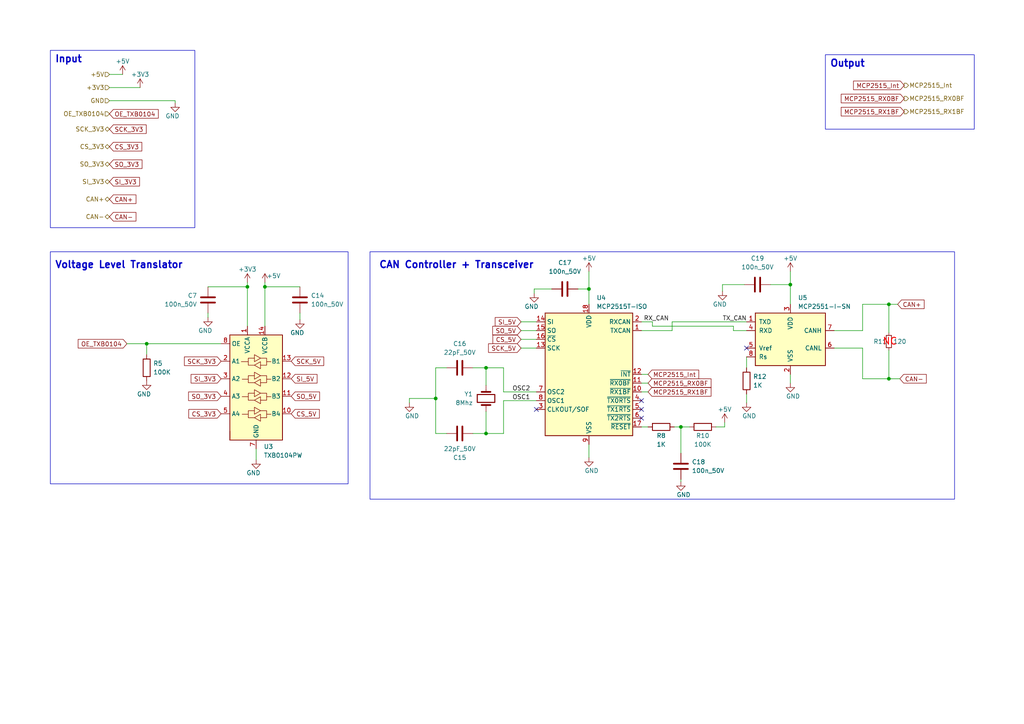
<source format=kicad_sch>
(kicad_sch (version 20230121) (generator eeschema)
  (paper "A4")
  (lib_symbols
    (symbol "Device:R_Small" (pin_numbers hide) (pin_names (offset 0.254) hide)
      (property "Reference" "R" (at 0.762 0.508 0))
      (property "Value" "R_Small" (at 0.762 -1.016 0))
      (symbol "R_Small_0_1"
        (rectangle (start -0.762 1.778) (end 0.762 -1.778) (stroke (width 0.2032)))
      )
      (symbol "R_Small_1_1"
        (pin passive line (at 0 2.54 270) (length 0.762) (name "~") (number "1"))
        (pin passive line (at 0 -2.54 90) (length 0.762) (name "~") (number "2"))
      )
    )
    (symbol "_C_0402:100n_50V" (pin_numbers hide) (pin_names (offset 0.254))
      (property "Reference" "C" (at 0.635 2.54 0))
      (property "Value" "100n_50V" (at 0.635 -2.54 0))
      (symbol "100n_50V_0_1"
        (polyline (pts (xy -2.032 -0.762) (xy 2.032 -0.762)) (stroke (width 0.508)))
        (polyline (pts (xy -2.032 0.762) (xy 2.032 0.762)) (stroke (width 0.508)))
      )
      (symbol "100n_50V_1_1"
        (pin passive line (at 0 3.81 270) (length 2.794) (name "~") (number "1"))
        (pin passive line (at 0 -3.81 90) (length 2.794) (name "~") (number "2"))
      )
    )
    (symbol "_C_0805:22pF_50V" (pin_numbers hide) (pin_names (offset 0.254))
      (property "Reference" "C" (at 0.635 2.54 0))
      (property "Value" "22pF_50V" (at 0.635 -2.54 0))
      (symbol "22pF_50V_0_1"
        (polyline (pts (xy -2.032 -0.762) (xy 2.032 -0.762)) (stroke (width 0.508)))
        (polyline (pts (xy -2.032 0.762) (xy 2.032 0.762)) (stroke (width 0.508)))
      )
      (symbol "22pF_50V_1_1"
        (pin passive line (at 0 3.81 270) (length 2.794) (name "~") (number "1"))
        (pin passive line (at 0 -3.81 90) (length 2.794) (name "~") (number "2"))
      )
    )
    (symbol "_Interface_CAN_LIN:MCP2515T-ISO"
      (property "Reference" "U" (at -10.16 19.685 0))
      (property "Value" "MCP2515T-ISO" (at 19.05 20.32 0))
      (symbol "MCP2515T-ISO_0_1"
        (rectangle (start -12.7 17.78) (end 12.7 -17.78) (stroke (width 0.254)) (fill (type background)))
      )
      (symbol "MCP2515T-ISO_1_1"
        (pin output line (at 15.24 12.7 180) (length 2.54) (name "TXCAN") (number "1"))
        (pin output line (at 15.24 -5.08 180) (length 2.54) (name "~{RX1BF}") (number "10"))
        (pin output line (at 15.24 -2.54 180) (length 2.54) (name "~{RX0BF}") (number "11"))
        (pin output line (at 15.24 0 180) (length 2.54) (name "~{INT}") (number "12"))
        (pin input line (at -15.24 7.62 0) (length 2.54) (name "SCK") (number "13"))
        (pin input line (at -15.24 15.24 0) (length 2.54) (name "SI") (number "14"))
        (pin output line (at -15.24 12.7 0) (length 2.54) (name "SO") (number "15"))
        (pin input line (at -15.24 10.16 0) (length 2.54) (name "~{CS}") (number "16"))
        (pin input line (at 15.24 -15.24 180) (length 2.54) (name "~{RESET}") (number "17"))
        (pin power_in line (at 0 20.32 270) (length 2.54) (name "VDD") (number "18"))
        (pin input line (at 15.24 15.24 180) (length 2.54) (name "RXCAN") (number "2"))
        (pin output line (at -15.24 -10.16 0) (length 2.54) (name "CLKOUT/SOF") (number "3"))
        (pin input line (at 15.24 -7.62 180) (length 2.54) (name "~{TX0RTS}") (number "4"))
        (pin input line (at 15.24 -10.16 180) (length 2.54) (name "~{TX1RTS}") (number "5"))
        (pin input line (at 15.24 -12.7 180) (length 2.54) (name "~{TX2RTS}") (number "6"))
        (pin output line (at -15.24 -5.08 0) (length 2.54) (name "OSC2") (number "7"))
        (pin input line (at -15.24 -7.62 0) (length 2.54) (name "OSC1") (number "8"))
        (pin power_in line (at 0 -20.32 90) (length 2.54) (name "VSS") (number "9"))
      )
    )
    (symbol "_Interface_CAN_LIN:MCP2551-I-SN" (pin_names (offset 1.016))
      (property "Reference" "U" (at -10.16 8.89 0))
      (property "Value" "MCP2551-I-SN" (at 2.54 8.89 0))
      (symbol "MCP2551-I-SN_0_1"
        (rectangle (start -10.16 7.62) (end 10.16 -7.62) (stroke (width 0.254)) (fill (type background)))
      )
      (symbol "MCP2551-I-SN_1_1"
        (pin input line (at -12.7 5.08 0) (length 2.54) (name "TXD") (number "1"))
        (pin power_in line (at 0 -10.16 90) (length 2.54) (name "VSS") (number "2"))
        (pin power_in line (at 0 10.16 270) (length 2.54) (name "VDD") (number "3"))
        (pin output line (at -12.7 2.54 0) (length 2.54) (name "RXD") (number "4"))
        (pin power_out line (at -12.7 -2.54 0) (length 2.54) (name "Vref") (number "5"))
        (pin bidirectional line (at 12.7 -2.54 180) (length 2.54) (name "CANL") (number "6"))
        (pin bidirectional line (at 12.7 2.54 180) (length 2.54) (name "CANH") (number "7"))
        (pin input line (at -12.7 -5.08 0) (length 2.54) (name "Rs") (number "8"))
      )
    )
    (symbol "_Logic_Level_Translator:TXB0104PW"
      (property "Reference" "U" (at -6.35 16.51 0))
      (property "Value" "TXB0104PW" (at 3.81 16.51 0))
      (symbol "TXB0104PW_0_1"
        (rectangle (start -7.62 -15.24) (end -7.62 -12.7) (stroke (width 0.254)))
        (rectangle (start -7.62 15.24) (end 7.62 -15.24) (stroke (width 0.254)) (fill (type background)))
        (polyline (pts (xy -2.286 -7.747) (xy -2.286 -6.731) (xy -0.508 -6.731)))
        (polyline (pts (xy -2.286 -2.667) (xy -2.286 -1.651) (xy -0.508 -1.651)))
        (polyline (pts (xy -2.286 2.413) (xy -2.286 3.429) (xy -0.508 3.429)))
        (polyline (pts (xy -2.286 7.493) (xy -2.286 8.509) (xy -0.508 8.509)))
        (polyline (pts (xy 3.048 -7.747) (xy 3.048 -8.763) (xy 1.27 -8.763)))
        (polyline (pts (xy 3.048 -2.667) (xy 3.048 -3.683) (xy 1.27 -3.683)))
        (polyline (pts (xy 3.048 2.413) (xy 3.048 1.397) (xy 1.27 1.397)))
        (polyline (pts (xy 3.048 7.493) (xy 3.048 6.477) (xy 1.27 6.477)))
        (polyline (pts (xy -0.508 -8.763) (xy -2.286 -8.763) (xy -2.286 -7.747) (xy -4.064 -7.747)))
        (polyline (pts (xy -0.508 -8.763) (xy 1.27 -7.747) (xy 1.27 -9.779) (xy -0.508 -8.763)))
        (polyline (pts (xy -0.508 -3.683) (xy -2.286 -3.683) (xy -2.286 -2.667) (xy -4.064 -2.667)))
        (polyline (pts (xy -0.508 -3.683) (xy 1.27 -2.667) (xy 1.27 -4.699) (xy -0.508 -3.683)))
        (polyline (pts (xy -0.508 1.397) (xy -2.286 1.397) (xy -2.286 2.413) (xy -4.064 2.413)))
        (polyline (pts (xy -0.508 1.397) (xy 1.27 2.413) (xy 1.27 0.381) (xy -0.508 1.397)))
        (polyline (pts (xy -0.508 6.477) (xy -2.286 6.477) (xy -2.286 7.493) (xy -4.318 7.493)))
        (polyline (pts (xy -0.508 6.477) (xy 1.27 7.493) (xy 1.27 5.461) (xy -0.508 6.477)))
        (polyline (pts (xy 1.27 -6.731) (xy -0.508 -7.747) (xy -0.508 -5.715) (xy 1.27 -6.731)))
        (polyline (pts (xy 1.27 -6.731) (xy 3.048 -6.731) (xy 3.048 -7.747) (xy 4.318 -7.747)))
        (polyline (pts (xy 1.27 -1.651) (xy -0.508 -2.667) (xy -0.508 -0.635) (xy 1.27 -1.651)))
        (polyline (pts (xy 1.27 -1.651) (xy 3.048 -1.651) (xy 3.048 -2.667) (xy 4.318 -2.667)))
        (polyline (pts (xy 1.27 3.429) (xy -0.508 2.413) (xy -0.508 4.445) (xy 1.27 3.429)))
        (polyline (pts (xy 1.27 3.429) (xy 3.048 3.429) (xy 3.048 2.413) (xy 4.318 2.413)))
        (polyline (pts (xy 1.27 8.509) (xy -0.508 7.493) (xy -0.508 9.525) (xy 1.27 8.509)))
        (polyline (pts (xy 1.27 8.509) (xy 3.048 8.509) (xy 3.048 7.493) (xy 4.318 7.493)))
      )
      (symbol "TXB0104PW_1_1"
        (pin power_in line (at -2.54 17.78 270) (length 2.54) (name "VCCA") (number "1"))
        (pin bidirectional line (at 10.16 -7.62 180) (length 2.54) (name "B4") (number "10"))
        (pin bidirectional line (at 10.16 -2.54 180) (length 2.54) (name "B3") (number "11"))
        (pin bidirectional line (at 10.16 2.54 180) (length 2.54) (name "B2") (number "12"))
        (pin bidirectional line (at 10.16 7.62 180) (length 2.54) (name "B1") (number "13"))
        (pin power_in line (at 2.54 17.78 270) (length 2.54) (name "VCCB") (number "14"))
        (pin bidirectional line (at -10.16 7.62 0) (length 2.54) (name "A1") (number "2"))
        (pin bidirectional line (at -10.16 2.54 0) (length 2.54) (name "A2") (number "3"))
        (pin bidirectional line (at -10.16 -2.54 0) (length 2.54) (name "A3") (number "4"))
        (pin bidirectional line (at -10.16 -7.62 0) (length 2.54) (name "A4") (number "5"))
        (pin no_connect line (at -7.62 -12.7 0) (length 2.54) hide (name "NC") (number "6"))
        (pin power_in line (at 0 -17.78 90) (length 2.54) (name "GND") (number "7"))
        (pin input line (at -10.16 12.7 0) (length 2.54) (name "OE") (number "8"))
        (pin no_connect line (at 7.62 -12.7 180) (length 2.54) hide (name "NC") (number "9"))
      )
    )
    (symbol "_Oscillator:8Mhz" (pin_numbers hide) (pin_names (offset 1.016) hide)
      (property "Reference" "Y" (at 0 3.81 0))
      (property "Value" "8Mhz" (at 0 -3.81 0))
      (symbol "8Mhz_0_1"
        (rectangle (start -1.143 2.54) (end 1.143 -2.54) (stroke (width 0.3048)))
        (polyline (pts (xy -2.54 0) (xy -1.905 0)))
        (polyline (pts (xy -1.905 -1.27) (xy -1.905 1.27)) (stroke (width 0.508)))
        (polyline (pts (xy 1.905 -1.27) (xy 1.905 1.27)) (stroke (width 0.508)))
        (polyline (pts (xy 2.54 0) (xy 1.905 0)))
      )
      (symbol "8Mhz_1_1"
        (pin passive line (at -3.81 0 0) (length 1.27) (name "1") (number "1"))
        (pin passive line (at 3.81 0 180) (length 1.27) (name "2") (number "2"))
      )
    )
    (symbol "_R_0402:100K" (pin_numbers hide) (pin_names (offset 0))
      (property "Reference" "R" (at 2.032 0 90))
      (property "Value" "100K" (at 0 0 90))
      (symbol "100K_0_1"
        (rectangle (start -1.016 -2.54) (end 1.016 2.54) (stroke (width 0.254)))
      )
      (symbol "100K_1_1"
        (pin passive line (at 0 3.81 270) (length 1.27) (name "~") (number "1"))
        (pin passive line (at 0 -3.81 90) (length 1.27) (name "~") (number "2"))
      )
    )
    (symbol "_R_0402:1K" (pin_numbers hide) (pin_names (offset 0))
      (property "Reference" "R" (at 2.032 0 90))
      (property "Value" "1K" (at 0 0 90))
      (symbol "1K_0_1"
        (rectangle (start -1.016 -2.54) (end 1.016 2.54) (stroke (width 0.254)))
      )
      (symbol "1K_1_1"
        (pin passive line (at 0 3.81 270) (length 1.27) (name "~") (number "1"))
        (pin passive line (at 0 -3.81 90) (length 1.27) (name "~") (number "2"))
      )
    )
    (symbol "power:+3V3" (power) (pin_names (offset 0))
      (property "Value" "+3V3" (at 0 3.556 0))
      (symbol "+3V3_0_1"
        (polyline (pts (xy -0.762 1.27) (xy 0 2.54)))
        (polyline (pts (xy 0 0) (xy 0 2.54)))
        (polyline (pts (xy 0 2.54) (xy 0.762 1.27)))
      )
      (symbol "+3V3_1_1"
        (pin power_in line (at 0 0 90) (length 0) hide (name "+3V3") (number "1"))
      )
    )
    (symbol "power:+5V" (power) (pin_names (offset 0))
      (property "Value" "+5V" (at 0 3.556 0))
      (symbol "+5V_0_1"
        (polyline (pts (xy -0.762 1.27) (xy 0 2.54)))
        (polyline (pts (xy 0 0) (xy 0 2.54)))
        (polyline (pts (xy 0 2.54) (xy 0.762 1.27)))
      )
      (symbol "+5V_1_1"
        (pin power_in line (at 0 0 90) (length 0) hide (name "+5V") (number "1"))
      )
    )
    (symbol "power:GND" (power) (pin_names (offset 0))
      (property "Value" "GND" (at 0 -3.81 0))
      (symbol "GND_0_1"
        (polyline (pts (xy 0 0) (xy 0 -1.27) (xy 1.27 -1.27) (xy 0 -2.54) (xy -1.27 -1.27) (xy 0 -1.27)))
      )
      (symbol "GND_1_1"
        (pin power_in line (at 0 0 270) (length 0) hide (name "GND") (number "1"))
      )
    )
  )
  (junction (at 229.235 82.55))
  (junction (at 126.365 115.57))
  (junction (at 42.545 99.695))
  (junction (at 197.485 123.825))
  (junction (at 257.81 88.265))
  (junction (at 71.755 83.185))
  (junction (at 140.97 125.73))
  (junction (at 76.835 83.185))
  (junction (at 140.97 106.68))
  (junction (at 170.815 83.82))
  (junction (at 257.81 109.855))
  (no_connect (at 155.575 118.745))
  (no_connect (at 186.055 121.285))
  (no_connect (at 186.055 116.205))
  (no_connect (at 186.055 118.745))
  (no_connect (at 216.535 100.965))
  (wire (pts (xy 229.235 108.585) (xy 229.235 111.125)))
  (wire (pts (xy 216.535 114.3) (xy 216.535 116.84)))
  (wire (pts (xy 186.055 123.825) (xy 187.96 123.825)))
  (wire (pts (xy 42.545 99.695) (xy 64.135 99.695)))
  (wire (pts (xy 146.05 113.665) (xy 146.05 106.68)))
  (wire (pts (xy 151.13 100.965) (xy 155.575 100.965)))
  (wire (pts (xy 154.94 85.09) (xy 154.94 83.82)))
  (wire (pts (xy 151.13 98.425) (xy 155.575 98.425)))
  (wire (pts (xy 76.835 83.185) (xy 76.835 94.615)))
  (wire (pts (xy 76.835 83.185) (xy 86.995 83.185)))
  (wire (pts (xy 42.545 99.695) (xy 42.545 102.87)))
  (wire (pts (xy 118.745 116.84) (xy 118.745 115.57)))
  (wire (pts (xy 241.935 100.965) (xy 250.19 100.965)))
  (wire (pts (xy 86.995 90.805) (xy 86.995 92.71)))
  (wire (pts (xy 186.055 95.885) (xy 194.945 95.885)))
  (wire (pts (xy 250.19 100.965) (xy 250.19 109.855)))
  (wire (pts (xy 60.325 83.185) (xy 71.755 83.185)))
  (wire (pts (xy 209.55 82.55) (xy 209.55 84.455)))
  (wire (pts (xy 74.295 130.175) (xy 74.295 133.35)))
  (wire (pts (xy 50.8 29.21) (xy 50.8 29.845)))
  (wire (pts (xy 126.365 115.57) (xy 126.365 106.68)))
  (wire (pts (xy 170.815 128.905) (xy 170.815 132.715)))
  (wire (pts (xy 31.75 21.59) (xy 35.56 21.59)))
  (wire (pts (xy 140.97 106.68) (xy 146.05 106.68)))
  (wire (pts (xy 167.64 83.82) (xy 170.815 83.82)))
  (wire (pts (xy 118.745 115.57) (xy 126.365 115.57)))
  (wire (pts (xy 229.235 82.55) (xy 229.235 88.265)))
  (wire (pts (xy 257.81 88.265) (xy 257.81 96.52)))
  (wire (pts (xy 215.9 82.55) (xy 209.55 82.55)))
  (wire (pts (xy 137.16 106.68) (xy 140.97 106.68)))
  (wire (pts (xy 210.185 123.825) (xy 210.185 122.555)))
  (wire (pts (xy 194.945 95.885) (xy 194.945 93.345)))
  (wire (pts (xy 137.16 125.73) (xy 140.97 125.73)))
  (wire (pts (xy 71.755 83.185) (xy 71.755 94.615)))
  (wire (pts (xy 241.935 95.885) (xy 250.19 95.885)))
  (wire (pts (xy 223.52 82.55) (xy 229.235 82.55)))
  (wire (pts (xy 257.81 101.6) (xy 257.81 109.855)))
  (wire (pts (xy 71.755 81.915) (xy 71.755 83.185)))
  (wire (pts (xy 216.535 106.68) (xy 216.535 103.505)))
  (wire (pts (xy 250.19 109.855) (xy 257.81 109.855)))
  (wire (pts (xy 186.055 93.345) (xy 189.23 93.345)))
  (wire (pts (xy 155.575 116.205) (xy 146.05 116.205)))
  (wire (pts (xy 189.23 93.345) (xy 189.23 94.615)))
  (wire (pts (xy 126.365 115.57) (xy 126.365 125.73)))
  (wire (pts (xy 186.055 108.585) (xy 187.96 108.585)))
  (wire (pts (xy 140.97 106.68) (xy 140.97 111.76)))
  (wire (pts (xy 129.54 125.73) (xy 126.365 125.73)))
  (wire (pts (xy 170.815 83.82) (xy 170.815 88.265)))
  (wire (pts (xy 257.81 88.265) (xy 260.35 88.265)))
  (wire (pts (xy 207.645 123.825) (xy 210.185 123.825)))
  (wire (pts (xy 31.75 29.21) (xy 50.8 29.21)))
  (wire (pts (xy 257.81 109.855) (xy 260.985 109.855)))
  (wire (pts (xy 31.75 25.4) (xy 40.64 25.4)))
  (wire (pts (xy 212.725 94.615) (xy 212.725 95.885)))
  (wire (pts (xy 126.365 106.68) (xy 129.54 106.68)))
  (wire (pts (xy 189.23 94.615) (xy 212.725 94.615)))
  (wire (pts (xy 250.19 95.885) (xy 250.19 88.265)))
  (wire (pts (xy 229.235 78.74) (xy 229.235 82.55)))
  (wire (pts (xy 76.835 81.915) (xy 76.835 83.185)))
  (wire (pts (xy 186.055 111.125) (xy 187.96 111.125)))
  (wire (pts (xy 36.83 99.695) (xy 42.545 99.695)))
  (wire (pts (xy 212.725 95.885) (xy 216.535 95.885)))
  (wire (pts (xy 155.575 113.665) (xy 146.05 113.665)))
  (wire (pts (xy 250.19 88.265) (xy 257.81 88.265)))
  (wire (pts (xy 195.58 123.825) (xy 197.485 123.825)))
  (wire (pts (xy 170.815 78.74) (xy 170.815 83.82)))
  (wire (pts (xy 194.945 93.345) (xy 216.535 93.345)))
  (wire (pts (xy 151.13 93.345) (xy 155.575 93.345)))
  (wire (pts (xy 186.055 113.665) (xy 187.96 113.665)))
  (wire (pts (xy 197.485 123.825) (xy 200.025 123.825)))
  (wire (pts (xy 154.94 83.82) (xy 160.02 83.82)))
  (wire (pts (xy 146.05 116.205) (xy 146.05 125.73)))
  (wire (pts (xy 197.485 139.065) (xy 197.485 139.7)))
  (wire (pts (xy 60.325 90.805) (xy 60.325 92.075)))
  (wire (pts (xy 140.97 125.73) (xy 146.05 125.73)))
  (wire (pts (xy 197.485 131.445) (xy 197.485 123.825)))
  (wire (pts (xy 140.97 119.38) (xy 140.97 125.73)))
  (wire (pts (xy 151.13 95.885) (xy 155.575 95.885)))
  (rectangle (start 14.605 14.605) (end 56.515 66.04))
  (rectangle (start 239.395 15.875) (end 282.575 37.465))
  (rectangle (start 14.605 73.025) (end 100.965 140.335))
  (rectangle (start 107.315 73.025) (end 276.86 144.78))
  (text "CAN Controller + Transceiver" (at 109.855 78.105 0) (effects (font (size 2 2) (thickness 0.4) bold) (justify left bottom)))
  (text "NC" (at 255.905 100.33 0) (effects (font (size 2 2) (thickness 0.254) bold) (justify left bottom)))
  (text "Output" (at 240.665 19.685 0) (effects (font (size 2 2) (thickness 0.4) bold) (justify left bottom)))
  (text "Input" (at 15.875 18.415 0) (effects (font (size 2 2) (thickness 0.4) bold) (justify left bottom)))
  (text "Voltage Level Translator\n" (at 15.875 78.105 0) (effects (font (size 2 2) (thickness 0.4) bold) (justify left bottom)))
  (label "RX_CAN" (at 186.69 93.345 0))
  (label "OSC2" (at 148.59 113.665 0))
  (label "OSC1" (at 148.59 116.205 0))
  (label "TX_CAN" (at 209.55 93.345 0))
  (global_label "SCK_3V3" (shape input) (at 31.75 37.465 0) (property "Intersheetrefs" "${INTERSHEET_REFS}" (effects hide)))
  (global_label "MCP2515_RX0BF" (shape input) (at 187.96 111.125 0) (property "Intersheetrefs" "${INTERSHEET_REFS}" (effects hide)))
  (global_label "CAN+" (shape input) (at 31.75 57.785 0) (property "Intersheetrefs" "${INTERSHEET_REFS}" (effects hide)))
  (global_label "CAN-" (shape input) (at 260.985 109.855 0) (property "Intersheetrefs" "${INTERSHEET_REFS}" (effects hide)))
  (global_label "SO_3V3" (shape input) (at 31.75 47.625 0) (property "Intersheetrefs" "${INTERSHEET_REFS}" (effects hide)))
  (global_label "MCP2515_RX0BF" (shape input) (at 262.255 28.575 180) (property "Intersheetrefs" "${INTERSHEET_REFS}" (effects hide)))
  (global_label "CAN+" (shape input) (at 260.35 88.265 0) (property "Intersheetrefs" "${INTERSHEET_REFS}" (effects hide)))
  (global_label "SO_5V" (shape input) (at 151.13 95.885 180) (property "Intersheetrefs" "${INTERSHEET_REFS}" (effects hide)))
  (global_label "SCK_5V" (shape input) (at 84.455 104.775 0) (property "Intersheetrefs" "${INTERSHEET_REFS}" (effects hide)))
  (global_label "MCP2515_RX1BF" (shape input) (at 187.96 113.665 0) (property "Intersheetrefs" "${INTERSHEET_REFS}" (effects hide)))
  (global_label "SCK_3V3" (shape input) (at 64.135 104.775 180) (property "Intersheetrefs" "${INTERSHEET_REFS}" (effects hide)))
  (global_label "MCP2515_Int" (shape input) (at 262.255 24.765 180) (property "Intersheetrefs" "${INTERSHEET_REFS}" (effects hide)))
  (global_label "CS_5V" (shape input) (at 151.13 98.425 180) (property "Intersheetrefs" "${INTERSHEET_REFS}" (effects hide)))
  (global_label "MCP2515_RX1BF" (shape input) (at 262.255 32.385 180) (property "Intersheetrefs" "${INTERSHEET_REFS}" (effects hide)))
  (global_label "SI_3V3" (shape input) (at 64.135 109.855 180) (property "Intersheetrefs" "${INTERSHEET_REFS}" (effects hide)))
  (global_label "MCP2515_Int" (shape input) (at 187.96 108.585 0) (property "Intersheetrefs" "${INTERSHEET_REFS}" (effects hide)))
  (global_label "SI_5V" (shape input) (at 84.455 109.855 0) (property "Intersheetrefs" "${INTERSHEET_REFS}" (effects hide)))
  (global_label "OE_TXB0104" (shape input) (at 36.83 99.695 180) (property "Intersheetrefs" "${INTERSHEET_REFS}" (effects hide)))
  (global_label "SCK_5V" (shape input) (at 151.13 100.965 180) (property "Intersheetrefs" "${INTERSHEET_REFS}" (effects hide)))
  (global_label "SO_5V" (shape input) (at 84.455 114.935 0) (property "Intersheetrefs" "${INTERSHEET_REFS}" (effects hide)))
  (global_label "OE_TXB0104" (shape input) (at 31.75 33.02 0) (property "Intersheetrefs" "${INTERSHEET_REFS}" (effects hide)))
  (global_label "CS_3V3" (shape input) (at 31.75 42.545 0) (property "Intersheetrefs" "${INTERSHEET_REFS}" (effects hide)))
  (global_label "CAN-" (shape input) (at 31.75 62.865 0) (property "Intersheetrefs" "${INTERSHEET_REFS}" (effects hide)))
  (global_label "CS_3V3" (shape input) (at 64.135 120.015 180) (property "Intersheetrefs" "${INTERSHEET_REFS}" (effects hide)))
  (global_label "SI_5V" (shape input) (at 151.13 93.345 180) (property "Intersheetrefs" "${INTERSHEET_REFS}" (effects hide)))
  (global_label "CS_5V" (shape input) (at 84.455 120.015 0) (property "Intersheetrefs" "${INTERSHEET_REFS}" (effects hide)))
  (global_label "SO_3V3" (shape input) (at 64.135 114.935 180) (property "Intersheetrefs" "${INTERSHEET_REFS}" (effects hide)))
  (global_label "SI_3V3" (shape input) (at 31.75 52.705 0) (property "Intersheetrefs" "${INTERSHEET_REFS}" (effects hide)))
  (hierarchical_label "+5V" (shape input) (at 31.75 21.59 180))
  (hierarchical_label "MCP2515_Int" (shape output) (at 262.255 24.765 0))
  (hierarchical_label "SCK_3V3" (shape bidirectional) (at 31.75 37.465 180))
  (hierarchical_label "MCP2515_RX0BF" (shape output) (at 262.255 28.575 0))
  (hierarchical_label "GND" (shape input) (at 31.75 29.21 180))
  (hierarchical_label "CAN+" (shape bidirectional) (at 31.75 57.785 180))
  (hierarchical_label "CAN-" (shape bidirectional) (at 31.75 62.865 180))
  (hierarchical_label "OE_TXB0104" (shape input) (at 31.75 33.02 180))
  (hierarchical_label "SO_3V3" (shape bidirectional) (at 31.75 47.625 180))
  (hierarchical_label "MCP2515_RX1BF" (shape output) (at 262.255 32.385 0))
  (hierarchical_label "+3V3" (shape input) (at 31.75 25.4 180))
  (hierarchical_label "CS_3V3" (shape bidirectional) (at 31.75 42.545 180))
  (hierarchical_label "SI_3V3" (shape bidirectional) (at 31.75 52.705 180))
  (symbol (lib_id "_C_0402:100n_50V") (at 60.325 86.995 0) (mirror y) (unit 1)
    (property "Reference" "C7" (at 57.15 85.725 0) (effects (justify left)))
    (property "Value" "100n_50V" (at 57.15 88.265 0) (effects (justify left)))
    (property "Footprint" "Capacitor_SMD:C_0402_1005Metric" (effects hide))
    (property "Datasheet" "https://product.samsungsem.com/mlcc/CL05B104KB54PN.do" (effects hide))
    (property "MF" "Samsung Electro-Mechanics" (effects hide))
    (property "MPN" "CL05B104KB54PNC" (effects hide))
    (property "OC_LCSC" "C307331" (effects hide))
  )
  (symbol (lib_id "_C_0402:100n_50V") (at 219.71 82.55 90) (unit 1)
    (property "Reference" "C19" (at 219.71 74.93 90))
    (property "Value" "100n_50V" (at 219.71 77.47 90))
    (property "Footprint" "Capacitor_SMD:C_0402_1005Metric" (effects hide))
    (property "Datasheet" "https://product.samsungsem.com/mlcc/CL05B104KB54PN.do" (effects hide))
    (property "MF" "Samsung Electro-Mechanics" (effects hide))
    (property "MPN" "CL05B104KB54PNC" (effects hide))
    (property "OC_LCSC" "C307331" (effects hide))
  )
  (symbol (lib_id "_C_0402:100n_50V") (at 86.995 86.995 0) (unit 1)
    (property "Reference" "C14" (at 90.17 85.725 0) (effects (justify left)))
    (property "Value" "100n_50V" (at 90.17 88.265 0) (effects (justify left)))
    (property "Footprint" "Capacitor_SMD:C_0402_1005Metric" (effects hide))
    (property "Datasheet" "https://product.samsungsem.com/mlcc/CL05B104KB54PN.do" (effects hide))
    (property "MF" "Samsung Electro-Mechanics" (effects hide))
    (property "MPN" "CL05B104KB54PNC" (effects hide))
    (property "OC_LCSC" "C307331" (effects hide))
  )
  (symbol (lib_id "_C_0805:22pF_50V") (at 133.35 125.73 270) (unit 1)
    (property "Reference" "C15" (at 133.35 132.715 90))
    (property "Value" "22pF_50V" (at 133.35 130.175 90))
    (property "Footprint" "Capacitor_SMD:C_0805_2012Metric" (effects hide))
    (property "Datasheet" "https://product.samsungsem.com/mlcc/CL21C220JBANNN.do" (effects hide))
    (property "MF" "Samsung Electro-Mechanics" (effects hide))
    (property "MPN" "CL21C220JBANNNC" (effects hide))
    (property "OC_LCSC" "C1804" (effects hide))
  )
  (symbol (lib_id "_Interface_CAN_LIN:MCP2515T-ISO") (at 170.815 108.585 0) (unit 1)
    (property "Reference" "U4" (at 173.0091 86.36 0) (effects (justify left)))
    (property "Value" "MCP2515T-ISO" (at 173.0091 88.9 0) (effects (justify left)))
    (property "Footprint" "Package_SO:SOIC-18W_7.5x11.6mm_P1.27mm" (effects hide))
    (property "Datasheet" "https://datasheet.lcsc.com/lcsc/2304140030_Microchip-Tech-MCP2515T-I-SO_C153782.pdf" (effects hide))
    (property "MF" "Microchip Tech" (effects hide))
    (property "MPN" "MCP2515T-I/SO" (effects hide))
    (property "OC_LCSC" "C153782" (effects hide))
  )
  (symbol (lib_id "power:+5V") (at 170.815 78.74 0) (unit 1)
    (property "Reference" "#PWR045" (effects hide))
    (property "Value" "+5V" (at 170.815 74.93 0))
  )
  (symbol (lib_id "_C_0402:100n_50V") (at 197.485 135.255 180) (unit 1)
    (property "Reference" "C18" (at 200.66 133.985 0) (effects (justify right)))
    (property "Value" "100n_50V" (at 200.66 136.525 0) (effects (justify right)))
    (property "Footprint" "Capacitor_SMD:C_0402_1005Metric" (effects hide))
    (property "Datasheet" "https://product.samsungsem.com/mlcc/CL05B104KB54PN.do" (effects hide))
    (property "MF" "Samsung Electro-Mechanics" (effects hide))
    (property "MPN" "CL05B104KB54PNC" (effects hide))
    (property "OC_LCSC" "C307331" (effects hide))
  )
  (symbol (lib_id "power:+5V") (at 76.835 81.915 0) (unit 1)
    (property "Reference" "#PWR041" (effects hide))
    (property "Value" "+5V" (at 79.375 80.01 0))
  )
  (symbol (lib_id "power:+3V3") (at 71.755 81.915 0) (unit 1)
    (property "Reference" "#PWR039" (effects hide))
    (property "Value" "+3V3" (at 71.755 78.105 0))
  )
  (symbol (lib_id "_R_0402:100K") (at 42.545 106.68 0) (unit 1)
    (property "Reference" "R5" (at 44.45 105.41 0) (effects (justify left)))
    (property "Value" "100K" (at 44.45 107.95 0) (effects (justify left)))
    (property "Footprint" "Resistor_SMD:R_0402_1005Metric" (effects hide))
    (property "MF" "UNI-ROYAL" (effects hide))
    (property "MPN" "0402WGF1003TCE" (effects hide))
    (property "OC_LCSC" "C25741" (effects hide))
  )
  (symbol (lib_id "_C_0805:22pF_50V") (at 133.35 106.68 90) (unit 1)
    (property "Reference" "C16" (at 133.35 99.695 90))
    (property "Value" "22pF_50V" (at 133.35 102.235 90))
    (property "Footprint" "Capacitor_SMD:C_0805_2012Metric" (effects hide))
    (property "Datasheet" "https://product.samsungsem.com/mlcc/CL21C220JBANNN.do" (effects hide))
    (property "MF" "Samsung Electro-Mechanics" (effects hide))
    (property "MPN" "CL21C220JBANNNC" (effects hide))
    (property "OC_LCSC" "C1804" (effects hide))
  )
  (symbol (lib_id "power:GND") (at 209.55 84.455 0) (mirror y) (unit 1)
    (property "Reference" "#PWR050" (effects hide))
    (property "Value" "GND" (at 210.82 88.265 0) (effects (justify left)))
  )
  (symbol (lib_id "power:GND") (at 216.535 116.84 0) (unit 1)
    (property "Reference" "#PWR049" (effects hide))
    (property "Value" "GND" (at 215.265 120.65 0) (effects (justify left)))
  )
  (symbol (lib_id "_R_0402:100K") (at 203.835 123.825 90) (unit 1)
    (property "Reference" "R10" (at 203.835 126.365 90))
    (property "Value" "100K" (at 203.835 128.905 90))
    (property "Footprint" "Resistor_SMD:R_0402_1005Metric" (effects hide))
    (property "MF" "UNI-ROYAL" (effects hide))
    (property "MPN" "0402WGF1003TCE" (effects hide))
    (property "OC_LCSC" "C25741" (effects hide))
  )
  (symbol (lib_id "_Oscillator:8Mhz") (at 140.97 115.57 90) (mirror x) (unit 1)
    (property "Reference" "Y1" (at 137.16 114.3 90) (effects (justify left)))
    (property "Value" "8Mhz" (at 137.16 116.84 90) (effects (justify left)))
    (property "Footprint" "Crystal:Crystal_SMD_HC49-SD" (effects hide))
    (property "Datasheet" "https://datasheet.lcsc.com/lcsc/2304140030_YXC-X49SM8MSD2SC_C12674.pdf" (effects hide))
    (property "MF" "YXC" (effects hide))
    (property "MPN" "X49SM8MSD2SC" (effects hide))
    (property "OC_LCSC" "C12674" (effects hide))
  )
  (symbol (lib_id "_R_0402:1K") (at 191.77 123.825 90) (unit 1)
    (property "Reference" "R8" (at 191.77 126.365 90))
    (property "Value" "1K" (at 191.77 128.905 90))
    (property "Footprint" "Resistor_SMD:R_0402_1005Metric" (effects hide))
    (property "MF" "UNI-ROYAL" (effects hide))
    (property "MPN" "0402WGF1001TCE" (effects hide))
    (property "OC_LCSC" "C11702" (effects hide))
  )
  (symbol (lib_id "power:GND") (at 170.815 132.715 0) (unit 1)
    (property "Reference" "#PWR046" (effects hide))
    (property "Value" "GND" (at 169.545 136.525 0) (effects (justify left)))
  )
  (symbol (lib_id "power:GND") (at 60.325 92.075 0) (mirror y) (unit 1)
    (property "Reference" "#PWR038" (effects hide))
    (property "Value" "GND" (at 61.595 95.885 0) (effects (justify left)))
  )
  (symbol (lib_id "power:GND") (at 154.94 85.09 0) (mirror y) (unit 1)
    (property "Reference" "#PWR044" (effects hide))
    (property "Value" "GND" (at 156.21 88.9 0) (effects (justify left)))
  )
  (symbol (lib_id "power:+5V") (at 210.185 122.555 0) (unit 1)
    (property "Reference" "#PWR048" (effects hide))
    (property "Value" "+5V" (at 210.185 118.745 0))
  )
  (symbol (lib_id "_Logic_Level_Translator:TXB0104PW") (at 74.295 112.395 0) (unit 1)
    (property "Reference" "U3" (at 76.4891 129.54 0) (effects (justify left)))
    (property "Value" "TXB0104PW" (at 76.4891 132.08 0) (effects (justify left)))
    (property "Footprint" "Package_SO:TSSOP-14_4.4x5mm_P0.65mm" (effects hide))
    (property "Datasheet" "http://www.ti.com/lit/ds/symlink/txb0104.pdf" (effects hide))
    (property "MF" "TI" (effects hide))
    (property "MPN" "TXB0104PWR" (effects hide))
    (property "OC_LCSC" "C60708" (effects hide))
  )
  (symbol (lib_id "_Interface_CAN_LIN:MCP2551-I-SN") (at 229.235 98.425 0) (unit 1)
    (property "Reference" "U5" (at 231.4291 86.36 0) (effects (justify left)))
    (property "Value" "MCP2551-I-SN" (at 231.4291 88.9 0) (effects (justify left)))
    (property "Footprint" "Package_SO:SOIC-8_3.9x4.9mm_P1.27mm" (effects hide))
    (property "Datasheet" "https://datasheet.lcsc.com/lcsc/2304140030_Microchip-Tech-MCP2551-I-SN_C7376.pdf" (effects hide))
    (property "MF" "Microchip Tech" (effects hide))
    (property "MPN" "MCP2551-I/SN" (effects hide))
    (property "OC_LCSC" "C7376" (effects hide))
  )
  (symbol (lib_id "Device:R_Small") (at 257.81 99.06 180) (unit 1)
    (property "Reference" "R11" (at 255.27 99.06 0))
    (property "Value" "120" (at 260.985 99.06 0))
    (property "Footprint" "Resistor_SMD:R_0603_1608Metric" (effects hide))
  )
  (symbol (lib_id "_R_0402:1K") (at 216.535 110.49 0) (unit 1)
    (property "Reference" "R12" (at 218.44 109.22 0) (effects (justify left)))
    (property "Value" "1K" (at 218.44 111.76 0) (effects (justify left)))
    (property "Footprint" "Resistor_SMD:R_0402_1005Metric" (effects hide))
    (property "MF" "UNI-ROYAL" (effects hide))
    (property "MPN" "0402WGF1001TCE" (effects hide))
    (property "OC_LCSC" "C11702" (effects hide))
  )
  (symbol (lib_id "_C_0402:100n_50V") (at 163.83 83.82 90) (unit 1)
    (property "Reference" "C17" (at 163.83 76.2 90))
    (property "Value" "100n_50V" (at 163.83 78.74 90))
    (property "Footprint" "Capacitor_SMD:C_0402_1005Metric" (effects hide))
    (property "Datasheet" "https://product.samsungsem.com/mlcc/CL05B104KB54PN.do" (effects hide))
    (property "MF" "Samsung Electro-Mechanics" (effects hide))
    (property "MPN" "CL05B104KB54PNC" (effects hide))
    (property "OC_LCSC" "C307331" (effects hide))
  )
  (symbol (lib_id "power:+5V") (at 229.235 78.74 0) (unit 1)
    (property "Reference" "#PWR051" (effects hide))
    (property "Value" "+5V" (at 229.235 74.93 0))
  )
  (symbol (lib_id "power:GND") (at 86.995 92.71 0) (mirror y) (unit 1)
    (property "Reference" "#PWR042" (effects hide))
    (property "Value" "GND" (at 88.265 96.52 0) (effects (justify left)))
  )
  (symbol (lib_id "power:GND") (at 74.295 133.35 0) (mirror y) (unit 1)
    (property "Reference" "#PWR040" (effects hide))
    (property "Value" "GND" (at 75.565 137.16 0) (effects (justify left)))
  )
  (symbol (lib_id "power:GND") (at 42.545 110.49 0) (mirror y) (unit 1)
    (property "Reference" "#PWR036" (effects hide))
    (property "Value" "GND" (at 43.815 114.3 0) (effects (justify left)))
  )
  (symbol (lib_id "power:+3V3") (at 40.64 25.4 0) (unit 1)
    (property "Reference" "#PWR035" (effects hide))
    (property "Value" "+3V3" (at 40.64 21.59 0))
  )
  (symbol (lib_id "power:GND") (at 229.235 111.125 0) (unit 1)
    (property "Reference" "#PWR052" (effects hide))
    (property "Value" "GND" (at 227.965 114.935 0) (effects (justify left)))
  )
  (symbol (lib_id "power:GND") (at 50.8 29.845 0) (mirror y) (unit 1)
    (property "Reference" "#PWR037" (effects hide))
    (property "Value" "GND" (at 52.07 33.655 0) (effects (justify left)))
  )
  (symbol (lib_id "power:+5V") (at 35.56 21.59 0) (unit 1)
    (property "Reference" "#PWR034" (effects hide))
    (property "Value" "+5V" (at 35.56 17.78 0))
  )
  (symbol (lib_id "power:GND") (at 118.745 116.84 0) (unit 1)
    (property "Reference" "#PWR043" (effects hide))
    (property "Value" "GND" (at 117.475 120.65 0) (effects (justify left)))
  )
  (symbol (lib_id "power:GND") (at 197.485 139.7 0) (unit 1)
    (property "Reference" "#PWR047" (effects hide))
    (property "Value" "GND" (at 196.215 143.51 0) (effects (justify left)))
  )
)
</source>
